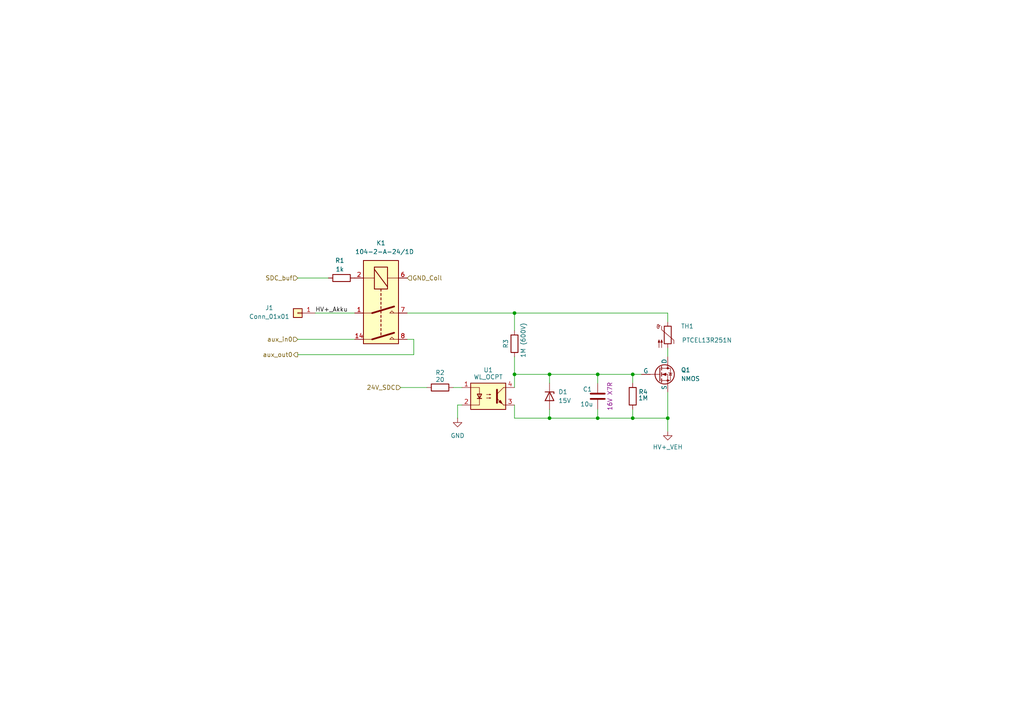
<source format=kicad_sch>
(kicad_sch
	(version 20231120)
	(generator "eeschema")
	(generator_version "8.0")
	(uuid "ab3adbd4-6086-4416-bada-760da338c591")
	(paper "A4")
	(lib_symbols
		(symbol "Connector_Generic:Conn_01x01"
			(pin_names
				(offset 1.016) hide)
			(exclude_from_sim no)
			(in_bom yes)
			(on_board yes)
			(property "Reference" "J"
				(at 0 2.54 0)
				(effects
					(font
						(size 1.27 1.27)
					)
				)
			)
			(property "Value" "Conn_01x01"
				(at 0 -2.54 0)
				(effects
					(font
						(size 1.27 1.27)
					)
				)
			)
			(property "Footprint" ""
				(at 0 0 0)
				(effects
					(font
						(size 1.27 1.27)
					)
					(hide yes)
				)
			)
			(property "Datasheet" "~"
				(at 0 0 0)
				(effects
					(font
						(size 1.27 1.27)
					)
					(hide yes)
				)
			)
			(property "Description" "Generic connector, single row, 01x01, script generated (kicad-library-utils/schlib/autogen/connector/)"
				(at 0 0 0)
				(effects
					(font
						(size 1.27 1.27)
					)
					(hide yes)
				)
			)
			(property "ki_keywords" "connector"
				(at 0 0 0)
				(effects
					(font
						(size 1.27 1.27)
					)
					(hide yes)
				)
			)
			(property "ki_fp_filters" "Connector*:*_1x??_*"
				(at 0 0 0)
				(effects
					(font
						(size 1.27 1.27)
					)
					(hide yes)
				)
			)
			(symbol "Conn_01x01_1_1"
				(rectangle
					(start -1.27 0.127)
					(end 0 -0.127)
					(stroke
						(width 0.1524)
						(type default)
					)
					(fill
						(type none)
					)
				)
				(rectangle
					(start -1.27 1.27)
					(end 1.27 -1.27)
					(stroke
						(width 0.254)
						(type default)
					)
					(fill
						(type background)
					)
				)
				(pin passive line
					(at -5.08 0 0)
					(length 3.81)
					(name "Pin_1"
						(effects
							(font
								(size 1.27 1.27)
							)
						)
					)
					(number "1"
						(effects
							(font
								(size 1.27 1.27)
							)
						)
					)
				)
			)
		)
		(symbol "Device:C"
			(pin_numbers hide)
			(pin_names
				(offset 0.254)
			)
			(exclude_from_sim no)
			(in_bom yes)
			(on_board yes)
			(property "Reference" "C"
				(at 0.635 2.54 0)
				(effects
					(font
						(size 1.27 1.27)
					)
					(justify left)
				)
			)
			(property "Value" "C"
				(at 0.635 -2.54 0)
				(effects
					(font
						(size 1.27 1.27)
					)
					(justify left)
				)
			)
			(property "Footprint" ""
				(at 0.9652 -3.81 0)
				(effects
					(font
						(size 1.27 1.27)
					)
					(hide yes)
				)
			)
			(property "Datasheet" "~"
				(at 0 0 0)
				(effects
					(font
						(size 1.27 1.27)
					)
					(hide yes)
				)
			)
			(property "Description" "Unpolarized capacitor"
				(at 0 0 0)
				(effects
					(font
						(size 1.27 1.27)
					)
					(hide yes)
				)
			)
			(property "ki_keywords" "cap capacitor"
				(at 0 0 0)
				(effects
					(font
						(size 1.27 1.27)
					)
					(hide yes)
				)
			)
			(property "ki_fp_filters" "C_*"
				(at 0 0 0)
				(effects
					(font
						(size 1.27 1.27)
					)
					(hide yes)
				)
			)
			(symbol "C_0_1"
				(polyline
					(pts
						(xy -2.032 -0.762) (xy 2.032 -0.762)
					)
					(stroke
						(width 0.508)
						(type default)
					)
					(fill
						(type none)
					)
				)
				(polyline
					(pts
						(xy -2.032 0.762) (xy 2.032 0.762)
					)
					(stroke
						(width 0.508)
						(type default)
					)
					(fill
						(type none)
					)
				)
			)
			(symbol "C_1_1"
				(pin passive line
					(at 0 3.81 270)
					(length 2.794)
					(name "~"
						(effects
							(font
								(size 1.27 1.27)
							)
						)
					)
					(number "1"
						(effects
							(font
								(size 1.27 1.27)
							)
						)
					)
				)
				(pin passive line
					(at 0 -3.81 90)
					(length 2.794)
					(name "~"
						(effects
							(font
								(size 1.27 1.27)
							)
						)
					)
					(number "2"
						(effects
							(font
								(size 1.27 1.27)
							)
						)
					)
				)
			)
		)
		(symbol "Device:D_Zener"
			(pin_numbers hide)
			(pin_names
				(offset 1.016) hide)
			(exclude_from_sim no)
			(in_bom yes)
			(on_board yes)
			(property "Reference" "D"
				(at 0 2.54 0)
				(effects
					(font
						(size 1.27 1.27)
					)
				)
			)
			(property "Value" "D_Zener"
				(at 0 -2.54 0)
				(effects
					(font
						(size 1.27 1.27)
					)
				)
			)
			(property "Footprint" ""
				(at 0 0 0)
				(effects
					(font
						(size 1.27 1.27)
					)
					(hide yes)
				)
			)
			(property "Datasheet" "~"
				(at 0 0 0)
				(effects
					(font
						(size 1.27 1.27)
					)
					(hide yes)
				)
			)
			(property "Description" "Zener diode"
				(at 0 0 0)
				(effects
					(font
						(size 1.27 1.27)
					)
					(hide yes)
				)
			)
			(property "ki_keywords" "diode"
				(at 0 0 0)
				(effects
					(font
						(size 1.27 1.27)
					)
					(hide yes)
				)
			)
			(property "ki_fp_filters" "TO-???* *_Diode_* *SingleDiode* D_*"
				(at 0 0 0)
				(effects
					(font
						(size 1.27 1.27)
					)
					(hide yes)
				)
			)
			(symbol "D_Zener_0_1"
				(polyline
					(pts
						(xy 1.27 0) (xy -1.27 0)
					)
					(stroke
						(width 0)
						(type default)
					)
					(fill
						(type none)
					)
				)
				(polyline
					(pts
						(xy -1.27 -1.27) (xy -1.27 1.27) (xy -0.762 1.27)
					)
					(stroke
						(width 0.254)
						(type default)
					)
					(fill
						(type none)
					)
				)
				(polyline
					(pts
						(xy 1.27 -1.27) (xy 1.27 1.27) (xy -1.27 0) (xy 1.27 -1.27)
					)
					(stroke
						(width 0.254)
						(type default)
					)
					(fill
						(type none)
					)
				)
			)
			(symbol "D_Zener_1_1"
				(pin passive line
					(at -3.81 0 0)
					(length 2.54)
					(name "K"
						(effects
							(font
								(size 1.27 1.27)
							)
						)
					)
					(number "1"
						(effects
							(font
								(size 1.27 1.27)
							)
						)
					)
				)
				(pin passive line
					(at 3.81 0 180)
					(length 2.54)
					(name "A"
						(effects
							(font
								(size 1.27 1.27)
							)
						)
					)
					(number "2"
						(effects
							(font
								(size 1.27 1.27)
							)
						)
					)
				)
			)
		)
		(symbol "Device:R"
			(pin_numbers hide)
			(pin_names
				(offset 0)
			)
			(exclude_from_sim no)
			(in_bom yes)
			(on_board yes)
			(property "Reference" "R"
				(at 2.032 0 90)
				(effects
					(font
						(size 1.27 1.27)
					)
				)
			)
			(property "Value" "R"
				(at 0 0 90)
				(effects
					(font
						(size 1.27 1.27)
					)
				)
			)
			(property "Footprint" ""
				(at -1.778 0 90)
				(effects
					(font
						(size 1.27 1.27)
					)
					(hide yes)
				)
			)
			(property "Datasheet" "~"
				(at 0 0 0)
				(effects
					(font
						(size 1.27 1.27)
					)
					(hide yes)
				)
			)
			(property "Description" "Resistor"
				(at 0 0 0)
				(effects
					(font
						(size 1.27 1.27)
					)
					(hide yes)
				)
			)
			(property "ki_keywords" "R res resistor"
				(at 0 0 0)
				(effects
					(font
						(size 1.27 1.27)
					)
					(hide yes)
				)
			)
			(property "ki_fp_filters" "R_*"
				(at 0 0 0)
				(effects
					(font
						(size 1.27 1.27)
					)
					(hide yes)
				)
			)
			(symbol "R_0_1"
				(rectangle
					(start -1.016 -2.54)
					(end 1.016 2.54)
					(stroke
						(width 0.254)
						(type default)
					)
					(fill
						(type none)
					)
				)
			)
			(symbol "R_1_1"
				(pin passive line
					(at 0 3.81 270)
					(length 1.27)
					(name "~"
						(effects
							(font
								(size 1.27 1.27)
							)
						)
					)
					(number "1"
						(effects
							(font
								(size 1.27 1.27)
							)
						)
					)
				)
				(pin passive line
					(at 0 -3.81 90)
					(length 1.27)
					(name "~"
						(effects
							(font
								(size 1.27 1.27)
							)
						)
					)
					(number "2"
						(effects
							(font
								(size 1.27 1.27)
							)
						)
					)
				)
			)
		)
		(symbol "Device:Thermistor_PTC"
			(pin_numbers hide)
			(pin_names
				(offset 0)
			)
			(exclude_from_sim no)
			(in_bom yes)
			(on_board yes)
			(property "Reference" "TH"
				(at -4.064 0 90)
				(effects
					(font
						(size 1.27 1.27)
					)
				)
			)
			(property "Value" "Thermistor_PTC"
				(at 3.048 0 90)
				(effects
					(font
						(size 1.27 1.27)
					)
				)
			)
			(property "Footprint" ""
				(at 1.27 -5.08 0)
				(effects
					(font
						(size 1.27 1.27)
					)
					(justify left)
					(hide yes)
				)
			)
			(property "Datasheet" "~"
				(at 0 0 0)
				(effects
					(font
						(size 1.27 1.27)
					)
					(hide yes)
				)
			)
			(property "Description" "Temperature dependent resistor, positive temperature coefficient"
				(at 0 0 0)
				(effects
					(font
						(size 1.27 1.27)
					)
					(hide yes)
				)
			)
			(property "ki_keywords" "resistor PTC thermistor sensor RTD"
				(at 0 0 0)
				(effects
					(font
						(size 1.27 1.27)
					)
					(hide yes)
				)
			)
			(property "ki_fp_filters" "*PTC* *Thermistor* PIN?ARRAY* bornier* *Terminal?Block* R_*"
				(at 0 0 0)
				(effects
					(font
						(size 1.27 1.27)
					)
					(hide yes)
				)
			)
			(symbol "Thermistor_PTC_0_1"
				(arc
					(start -3.048 2.159)
					(mid -3.0495 2.3143)
					(end -3.175 2.413)
					(stroke
						(width 0)
						(type default)
					)
					(fill
						(type none)
					)
				)
				(arc
					(start -3.048 2.159)
					(mid -2.9736 1.9794)
					(end -2.794 1.905)
					(stroke
						(width 0)
						(type default)
					)
					(fill
						(type none)
					)
				)
				(arc
					(start -3.048 2.794)
					(mid -2.9736 2.6144)
					(end -2.794 2.54)
					(stroke
						(width 0)
						(type default)
					)
					(fill
						(type none)
					)
				)
				(arc
					(start -2.794 1.905)
					(mid -2.6144 1.9794)
					(end -2.54 2.159)
					(stroke
						(width 0)
						(type default)
					)
					(fill
						(type none)
					)
				)
				(arc
					(start -2.794 2.54)
					(mid -2.4393 2.5587)
					(end -2.159 2.794)
					(stroke
						(width 0)
						(type default)
					)
					(fill
						(type none)
					)
				)
				(arc
					(start -2.794 3.048)
					(mid -2.9736 2.9736)
					(end -3.048 2.794)
					(stroke
						(width 0)
						(type default)
					)
					(fill
						(type none)
					)
				)
				(arc
					(start -2.54 2.794)
					(mid -2.6144 2.9736)
					(end -2.794 3.048)
					(stroke
						(width 0)
						(type default)
					)
					(fill
						(type none)
					)
				)
				(rectangle
					(start -1.016 2.54)
					(end 1.016 -2.54)
					(stroke
						(width 0.254)
						(type default)
					)
					(fill
						(type none)
					)
				)
				(polyline
					(pts
						(xy -2.54 2.159) (xy -2.54 2.794)
					)
					(stroke
						(width 0)
						(type default)
					)
					(fill
						(type none)
					)
				)
				(polyline
					(pts
						(xy -1.778 2.54) (xy -1.778 1.524) (xy 1.778 -1.524) (xy 1.778 -2.54)
					)
					(stroke
						(width 0)
						(type default)
					)
					(fill
						(type none)
					)
				)
				(polyline
					(pts
						(xy -2.54 -3.683) (xy -2.54 -1.397) (xy -2.794 -2.159) (xy -2.286 -2.159) (xy -2.54 -1.397) (xy -2.54 -1.651)
					)
					(stroke
						(width 0)
						(type default)
					)
					(fill
						(type outline)
					)
				)
				(polyline
					(pts
						(xy -1.778 -3.683) (xy -1.778 -1.397) (xy -2.032 -2.159) (xy -1.524 -2.159) (xy -1.778 -1.397)
						(xy -1.778 -1.651)
					)
					(stroke
						(width 0)
						(type default)
					)
					(fill
						(type outline)
					)
				)
			)
			(symbol "Thermistor_PTC_1_1"
				(pin passive line
					(at 0 3.81 270)
					(length 1.27)
					(name "~"
						(effects
							(font
								(size 1.27 1.27)
							)
						)
					)
					(number "1"
						(effects
							(font
								(size 1.27 1.27)
							)
						)
					)
				)
				(pin passive line
					(at 0 -3.81 90)
					(length 1.27)
					(name "~"
						(effects
							(font
								(size 1.27 1.27)
							)
						)
					)
					(number "2"
						(effects
							(font
								(size 1.27 1.27)
							)
						)
					)
				)
			)
		)
		(symbol "Isolator:FODM217A"
			(exclude_from_sim no)
			(in_bom yes)
			(on_board yes)
			(property "Reference" "U4"
				(at 1.27 7.62 0)
				(effects
					(font
						(size 1.27 1.27)
					)
				)
			)
			(property "Value" "WL_OCDA"
				(at 1.27 5.588 0)
				(effects
					(font
						(size 1.27 1.27)
					)
				)
			)
			(property "Footprint" "Package_SO:SOP-4_4.4x2.6mm_P1.27mm"
				(at 0 -5.08 0)
				(effects
					(font
						(size 1.27 1.27)
						(italic yes)
					)
					(hide yes)
				)
			)
			(property "Datasheet" ""
				(at 0 0 0)
				(effects
					(font
						(size 1.27 1.27)
					)
					(justify left)
					(hide yes)
				)
			)
			(property "Description" "141352145000"
				(at 0 0 0)
				(effects
					(font
						(size 1.27 1.27)
					)
					(hide yes)
				)
			)
			(property "ki_keywords" "DC Phototransistor Optocoupler"
				(at 0 0 0)
				(effects
					(font
						(size 1.27 1.27)
					)
					(hide yes)
				)
			)
			(property "ki_fp_filters" "SOP*4.4x2.6mm*P1.27mm*"
				(at 0 0 0)
				(effects
					(font
						(size 1.27 1.27)
					)
					(hide yes)
				)
			)
			(symbol "FODM217A_0_1"
				(rectangle
					(start -5.08 3.81)
					(end 5.08 -3.81)
					(stroke
						(width 0.254)
						(type default)
					)
					(fill
						(type background)
					)
				)
				(polyline
					(pts
						(xy -3.175 -0.635) (xy -1.905 -0.635)
					)
					(stroke
						(width 0.254)
						(type default)
					)
					(fill
						(type none)
					)
				)
				(polyline
					(pts
						(xy 2.54 0.635) (xy 4.445 2.54)
					)
					(stroke
						(width 0)
						(type default)
					)
					(fill
						(type none)
					)
				)
				(polyline
					(pts
						(xy 4.445 -2.54) (xy 2.54 -0.635)
					)
					(stroke
						(width 0)
						(type default)
					)
					(fill
						(type outline)
					)
				)
				(polyline
					(pts
						(xy 4.445 -2.54) (xy 5.08 -2.54)
					)
					(stroke
						(width 0)
						(type default)
					)
					(fill
						(type none)
					)
				)
				(polyline
					(pts
						(xy 4.445 2.54) (xy 5.08 2.54)
					)
					(stroke
						(width 0)
						(type default)
					)
					(fill
						(type none)
					)
				)
				(polyline
					(pts
						(xy -5.08 2.54) (xy -2.54 2.54) (xy -2.54 -0.635)
					)
					(stroke
						(width 0)
						(type default)
					)
					(fill
						(type none)
					)
				)
				(polyline
					(pts
						(xy -2.54 -0.635) (xy -2.54 -2.54) (xy -5.08 -2.54)
					)
					(stroke
						(width 0)
						(type default)
					)
					(fill
						(type none)
					)
				)
				(polyline
					(pts
						(xy 2.54 1.905) (xy 2.54 -1.905) (xy 2.54 -1.905)
					)
					(stroke
						(width 0.508)
						(type default)
					)
					(fill
						(type none)
					)
				)
				(polyline
					(pts
						(xy -2.54 -0.635) (xy -3.175 0.635) (xy -1.905 0.635) (xy -2.54 -0.635)
					)
					(stroke
						(width 0.254)
						(type default)
					)
					(fill
						(type none)
					)
				)
				(polyline
					(pts
						(xy -0.508 -0.508) (xy 0.762 -0.508) (xy 0.381 -0.635) (xy 0.381 -0.381) (xy 0.762 -0.508)
					)
					(stroke
						(width 0)
						(type default)
					)
					(fill
						(type none)
					)
				)
				(polyline
					(pts
						(xy -0.508 0.508) (xy 0.762 0.508) (xy 0.381 0.381) (xy 0.381 0.635) (xy 0.762 0.508)
					)
					(stroke
						(width 0)
						(type default)
					)
					(fill
						(type none)
					)
				)
				(polyline
					(pts
						(xy 3.048 -1.651) (xy 3.556 -1.143) (xy 4.064 -2.159) (xy 3.048 -1.651) (xy 3.048 -1.651)
					)
					(stroke
						(width 0)
						(type default)
					)
					(fill
						(type outline)
					)
				)
			)
			(symbol "FODM217A_1_1"
				(pin passive line
					(at -7.62 2.54 0)
					(length 2.54)
					(name "~"
						(effects
							(font
								(size 1.27 1.27)
							)
						)
					)
					(number "1"
						(effects
							(font
								(size 1.27 1.27)
							)
						)
					)
				)
				(pin passive line
					(at -7.62 -2.54 0)
					(length 2.54)
					(name "~"
						(effects
							(font
								(size 1.27 1.27)
							)
						)
					)
					(number "2"
						(effects
							(font
								(size 1.27 1.27)
							)
						)
					)
				)
				(pin passive line
					(at 7.62 -2.54 180)
					(length 2.54)
					(name "~"
						(effects
							(font
								(size 1.27 1.27)
							)
						)
					)
					(number "3"
						(effects
							(font
								(size 1.27 1.27)
							)
						)
					)
				)
				(pin passive line
					(at 7.62 2.54 180)
					(length 2.54)
					(name "~"
						(effects
							(font
								(size 1.27 1.27)
							)
						)
					)
					(number "4"
						(effects
							(font
								(size 1.27 1.27)
							)
						)
					)
				)
			)
		)
		(symbol "Relay:DIPxx-2Axx-21x"
			(exclude_from_sim no)
			(in_bom yes)
			(on_board yes)
			(property "Reference" "K"
				(at 12.7 3.81 0)
				(effects
					(font
						(size 1.27 1.27)
					)
					(justify left)
				)
			)
			(property "Value" "DIPxx-2Axx-21x"
				(at 12.7 1.27 0)
				(effects
					(font
						(size 1.27 1.27)
					)
					(justify left)
				)
			)
			(property "Footprint" "Relay_THT:Relay_StandexMeder_DIP_LowProfile"
				(at 12.7 -1.27 0)
				(effects
					(font
						(size 1.27 1.27)
					)
					(justify left)
					(hide yes)
				)
			)
			(property "Datasheet" "https://standexelectronics.com/wp-content/uploads/datasheet_reed_relay_DIP.pdf"
				(at 0 0 0)
				(effects
					(font
						(size 1.27 1.27)
					)
					(hide yes)
				)
			)
			(property "Description" "Standex Meder DIP reed relay, DPST, Closing Contacts"
				(at 0 0 0)
				(effects
					(font
						(size 1.27 1.27)
					)
					(hide yes)
				)
			)
			(property "ki_keywords" "Single Pole Reed Relay DPST"
				(at 0 0 0)
				(effects
					(font
						(size 1.27 1.27)
					)
					(hide yes)
				)
			)
			(property "ki_fp_filters" "Relay*StandexMeder*DIP*LowProfile*"
				(at 0 0 0)
				(effects
					(font
						(size 1.27 1.27)
					)
					(hide yes)
				)
			)
			(symbol "DIPxx-2Axx-21x_0_0"
				(polyline
					(pts
						(xy 2.54 5.08) (xy 2.54 2.54) (xy 1.905 3.175) (xy 2.54 3.81)
					)
					(stroke
						(width 0)
						(type default)
					)
					(fill
						(type none)
					)
				)
				(polyline
					(pts
						(xy 10.16 5.08) (xy 10.16 2.54) (xy 9.525 3.175) (xy 10.16 3.81)
					)
					(stroke
						(width 0)
						(type default)
					)
					(fill
						(type none)
					)
				)
			)
			(symbol "DIPxx-2Axx-21x_0_1"
				(rectangle
					(start -12.7 5.08)
					(end 11.43 -5.08)
					(stroke
						(width 0.254)
						(type default)
					)
					(fill
						(type background)
					)
				)
				(rectangle
					(start -10.795 1.905)
					(end -4.445 -1.905)
					(stroke
						(width 0.254)
						(type default)
					)
					(fill
						(type none)
					)
				)
				(polyline
					(pts
						(xy -10.16 -1.905) (xy -5.08 1.905)
					)
					(stroke
						(width 0.254)
						(type default)
					)
					(fill
						(type none)
					)
				)
				(polyline
					(pts
						(xy -7.62 -5.08) (xy -7.62 -1.905)
					)
					(stroke
						(width 0)
						(type default)
					)
					(fill
						(type none)
					)
				)
				(polyline
					(pts
						(xy -7.62 5.08) (xy -7.62 1.905)
					)
					(stroke
						(width 0)
						(type default)
					)
					(fill
						(type none)
					)
				)
				(polyline
					(pts
						(xy -4.445 0) (xy -3.81 0)
					)
					(stroke
						(width 0.254)
						(type default)
					)
					(fill
						(type none)
					)
				)
				(polyline
					(pts
						(xy -3.175 0) (xy -2.54 0)
					)
					(stroke
						(width 0.254)
						(type default)
					)
					(fill
						(type none)
					)
				)
				(polyline
					(pts
						(xy -1.905 0) (xy -1.27 0)
					)
					(stroke
						(width 0.254)
						(type default)
					)
					(fill
						(type none)
					)
				)
				(polyline
					(pts
						(xy -0.635 0) (xy 0 0)
					)
					(stroke
						(width 0.254)
						(type default)
					)
					(fill
						(type none)
					)
				)
				(polyline
					(pts
						(xy 0.635 0) (xy 1.27 0)
					)
					(stroke
						(width 0.254)
						(type default)
					)
					(fill
						(type none)
					)
				)
				(polyline
					(pts
						(xy 1.905 0) (xy 2.54 0)
					)
					(stroke
						(width 0.254)
						(type default)
					)
					(fill
						(type none)
					)
				)
				(polyline
					(pts
						(xy 2.54 -2.54) (xy 0.635 3.81)
					)
					(stroke
						(width 0.508)
						(type default)
					)
					(fill
						(type none)
					)
				)
				(polyline
					(pts
						(xy 2.54 -2.54) (xy 2.54 -5.08)
					)
					(stroke
						(width 0)
						(type default)
					)
					(fill
						(type none)
					)
				)
				(polyline
					(pts
						(xy 3.175 0) (xy 3.81 0)
					)
					(stroke
						(width 0.254)
						(type default)
					)
					(fill
						(type none)
					)
				)
				(polyline
					(pts
						(xy 4.445 0) (xy 5.08 0)
					)
					(stroke
						(width 0.254)
						(type default)
					)
					(fill
						(type none)
					)
				)
				(polyline
					(pts
						(xy 5.715 0) (xy 6.35 0)
					)
					(stroke
						(width 0.254)
						(type default)
					)
					(fill
						(type none)
					)
				)
				(polyline
					(pts
						(xy 6.985 0) (xy 7.62 0)
					)
					(stroke
						(width 0.254)
						(type default)
					)
					(fill
						(type none)
					)
				)
				(polyline
					(pts
						(xy 8.255 0) (xy 8.89 0)
					)
					(stroke
						(width 0.254)
						(type default)
					)
					(fill
						(type none)
					)
				)
				(polyline
					(pts
						(xy 10.16 -2.54) (xy 8.255 3.81)
					)
					(stroke
						(width 0.508)
						(type default)
					)
					(fill
						(type none)
					)
				)
				(polyline
					(pts
						(xy 10.16 -2.54) (xy 10.16 -5.08)
					)
					(stroke
						(width 0)
						(type default)
					)
					(fill
						(type none)
					)
				)
			)
			(symbol "DIPxx-2Axx-21x_1_1"
				(pin passive line
					(at 2.54 -7.62 90)
					(length 2.54)
					(name "~"
						(effects
							(font
								(size 1.27 1.27)
							)
						)
					)
					(number "1"
						(effects
							(font
								(size 1.27 1.27)
							)
						)
					)
				)
				(pin passive line
					(at 10.16 -7.62 90)
					(length 2.54)
					(name "~"
						(effects
							(font
								(size 1.27 1.27)
							)
						)
					)
					(number "14"
						(effects
							(font
								(size 1.27 1.27)
							)
						)
					)
				)
				(pin passive line
					(at -7.62 -7.62 90)
					(length 2.54)
					(name "~"
						(effects
							(font
								(size 1.27 1.27)
							)
						)
					)
					(number "2"
						(effects
							(font
								(size 1.27 1.27)
							)
						)
					)
				)
				(pin passive line
					(at -7.62 7.62 270)
					(length 2.54)
					(name "~"
						(effects
							(font
								(size 1.27 1.27)
							)
						)
					)
					(number "6"
						(effects
							(font
								(size 1.27 1.27)
							)
						)
					)
				)
				(pin passive line
					(at 2.54 7.62 270)
					(length 2.54)
					(name "~"
						(effects
							(font
								(size 1.27 1.27)
							)
						)
					)
					(number "7"
						(effects
							(font
								(size 1.27 1.27)
							)
						)
					)
				)
				(pin passive line
					(at 10.16 7.62 270)
					(length 2.54)
					(name "~"
						(effects
							(font
								(size 1.27 1.27)
							)
						)
					)
					(number "8"
						(effects
							(font
								(size 1.27 1.27)
							)
						)
					)
				)
			)
		)
		(symbol "Simulation_SPICE:NMOS"
			(pin_numbers hide)
			(pin_names
				(offset 0)
			)
			(exclude_from_sim no)
			(in_bom yes)
			(on_board yes)
			(property "Reference" "Q"
				(at 5.08 1.27 0)
				(effects
					(font
						(size 1.27 1.27)
					)
					(justify left)
				)
			)
			(property "Value" "NMOS"
				(at 5.08 -1.27 0)
				(effects
					(font
						(size 1.27 1.27)
					)
					(justify left)
				)
			)
			(property "Footprint" ""
				(at 5.08 2.54 0)
				(effects
					(font
						(size 1.27 1.27)
					)
					(hide yes)
				)
			)
			(property "Datasheet" "https://ngspice.sourceforge.io/docs/ngspice-html-manual/manual.xhtml#cha_MOSFETs"
				(at 0 -12.7 0)
				(effects
					(font
						(size 1.27 1.27)
					)
					(hide yes)
				)
			)
			(property "Description" "N-MOSFET transistor, drain/source/gate"
				(at 0 0 0)
				(effects
					(font
						(size 1.27 1.27)
					)
					(hide yes)
				)
			)
			(property "Sim.Device" "NMOS"
				(at 0 -17.145 0)
				(effects
					(font
						(size 1.27 1.27)
					)
					(hide yes)
				)
			)
			(property "Sim.Type" "VDMOS"
				(at 0 -19.05 0)
				(effects
					(font
						(size 1.27 1.27)
					)
					(hide yes)
				)
			)
			(property "Sim.Pins" "1=D 2=G 3=S"
				(at 0 -15.24 0)
				(effects
					(font
						(size 1.27 1.27)
					)
					(hide yes)
				)
			)
			(property "ki_keywords" "transistor NMOS N-MOS N-MOSFET simulation"
				(at 0 0 0)
				(effects
					(font
						(size 1.27 1.27)
					)
					(hide yes)
				)
			)
			(symbol "NMOS_0_1"
				(polyline
					(pts
						(xy 0.254 0) (xy -2.54 0)
					)
					(stroke
						(width 0)
						(type default)
					)
					(fill
						(type none)
					)
				)
				(polyline
					(pts
						(xy 0.254 1.905) (xy 0.254 -1.905)
					)
					(stroke
						(width 0.254)
						(type default)
					)
					(fill
						(type none)
					)
				)
				(polyline
					(pts
						(xy 0.762 -1.27) (xy 0.762 -2.286)
					)
					(stroke
						(width 0.254)
						(type default)
					)
					(fill
						(type none)
					)
				)
				(polyline
					(pts
						(xy 0.762 0.508) (xy 0.762 -0.508)
					)
					(stroke
						(width 0.254)
						(type default)
					)
					(fill
						(type none)
					)
				)
				(polyline
					(pts
						(xy 0.762 2.286) (xy 0.762 1.27)
					)
					(stroke
						(width 0.254)
						(type default)
					)
					(fill
						(type none)
					)
				)
				(polyline
					(pts
						(xy 2.54 2.54) (xy 2.54 1.778)
					)
					(stroke
						(width 0)
						(type default)
					)
					(fill
						(type none)
					)
				)
				(polyline
					(pts
						(xy 2.54 -2.54) (xy 2.54 0) (xy 0.762 0)
					)
					(stroke
						(width 0)
						(type default)
					)
					(fill
						(type none)
					)
				)
				(polyline
					(pts
						(xy 0.762 -1.778) (xy 3.302 -1.778) (xy 3.302 1.778) (xy 0.762 1.778)
					)
					(stroke
						(width 0)
						(type default)
					)
					(fill
						(type none)
					)
				)
				(polyline
					(pts
						(xy 1.016 0) (xy 2.032 0.381) (xy 2.032 -0.381) (xy 1.016 0)
					)
					(stroke
						(width 0)
						(type default)
					)
					(fill
						(type outline)
					)
				)
				(polyline
					(pts
						(xy 2.794 0.508) (xy 2.921 0.381) (xy 3.683 0.381) (xy 3.81 0.254)
					)
					(stroke
						(width 0)
						(type default)
					)
					(fill
						(type none)
					)
				)
				(polyline
					(pts
						(xy 3.302 0.381) (xy 2.921 -0.254) (xy 3.683 -0.254) (xy 3.302 0.381)
					)
					(stroke
						(width 0)
						(type default)
					)
					(fill
						(type none)
					)
				)
				(circle
					(center 1.651 0)
					(radius 2.794)
					(stroke
						(width 0.254)
						(type default)
					)
					(fill
						(type none)
					)
				)
				(circle
					(center 2.54 -1.778)
					(radius 0.254)
					(stroke
						(width 0)
						(type default)
					)
					(fill
						(type outline)
					)
				)
				(circle
					(center 2.54 1.778)
					(radius 0.254)
					(stroke
						(width 0)
						(type default)
					)
					(fill
						(type outline)
					)
				)
			)
			(symbol "NMOS_1_1"
				(pin passive line
					(at 2.54 5.08 270)
					(length 2.54)
					(name "D"
						(effects
							(font
								(size 1.27 1.27)
							)
						)
					)
					(number "1"
						(effects
							(font
								(size 1.27 1.27)
							)
						)
					)
				)
				(pin input line
					(at -5.08 0 0)
					(length 2.54)
					(name "G"
						(effects
							(font
								(size 1.27 1.27)
							)
						)
					)
					(number "2"
						(effects
							(font
								(size 1.27 1.27)
							)
						)
					)
				)
				(pin passive line
					(at 2.54 -5.08 90)
					(length 2.54)
					(name "S"
						(effects
							(font
								(size 1.27 1.27)
							)
						)
					)
					(number "3"
						(effects
							(font
								(size 1.27 1.27)
							)
						)
					)
				)
			)
		)
		(symbol "power:GND"
			(power)
			(pin_numbers hide)
			(pin_names
				(offset 0) hide)
			(exclude_from_sim no)
			(in_bom yes)
			(on_board yes)
			(property "Reference" "#PWR"
				(at 0 -6.35 0)
				(effects
					(font
						(size 1.27 1.27)
					)
					(hide yes)
				)
			)
			(property "Value" "GND"
				(at 0 -3.81 0)
				(effects
					(font
						(size 1.27 1.27)
					)
				)
			)
			(property "Footprint" ""
				(at 0 0 0)
				(effects
					(font
						(size 1.27 1.27)
					)
					(hide yes)
				)
			)
			(property "Datasheet" ""
				(at 0 0 0)
				(effects
					(font
						(size 1.27 1.27)
					)
					(hide yes)
				)
			)
			(property "Description" "Power symbol creates a global label with name \"GND\" , ground"
				(at 0 0 0)
				(effects
					(font
						(size 1.27 1.27)
					)
					(hide yes)
				)
			)
			(property "ki_keywords" "global power"
				(at 0 0 0)
				(effects
					(font
						(size 1.27 1.27)
					)
					(hide yes)
				)
			)
			(symbol "GND_0_1"
				(polyline
					(pts
						(xy 0 0) (xy 0 -1.27) (xy 1.27 -1.27) (xy 0 -2.54) (xy -1.27 -1.27) (xy 0 -1.27)
					)
					(stroke
						(width 0)
						(type default)
					)
					(fill
						(type none)
					)
				)
			)
			(symbol "GND_1_1"
				(pin power_in line
					(at 0 0 270)
					(length 0)
					(name "~"
						(effects
							(font
								(size 1.27 1.27)
							)
						)
					)
					(number "1"
						(effects
							(font
								(size 1.27 1.27)
							)
						)
					)
				)
			)
		)
	)
	(junction
		(at 183.515 108.585)
		(diameter 0)
		(color 0 0 0 0)
		(uuid "2ec133c5-38a6-4394-a885-7d319ecd4f34")
	)
	(junction
		(at 193.675 121.285)
		(diameter 0)
		(color 0 0 0 0)
		(uuid "4262e427-9d5d-4c7b-a826-baabfe625941")
	)
	(junction
		(at 159.385 121.285)
		(diameter 0)
		(color 0 0 0 0)
		(uuid "4ff35308-907a-455f-b0a4-d485f330d6ba")
	)
	(junction
		(at 173.355 108.585)
		(diameter 0)
		(color 0 0 0 0)
		(uuid "5e4b79fe-7d81-46f6-bc67-b8358fe7081b")
	)
	(junction
		(at 149.225 108.585)
		(diameter 0)
		(color 0 0 0 0)
		(uuid "90174229-f659-499d-b65a-44ed4bac7b3c")
	)
	(junction
		(at 173.355 121.285)
		(diameter 0)
		(color 0 0 0 0)
		(uuid "932609d7-d09c-43ff-b631-e2845523a1a6")
	)
	(junction
		(at 159.385 108.585)
		(diameter 0)
		(color 0 0 0 0)
		(uuid "b94f3fcb-19fc-4209-a88b-ffc355844aec")
	)
	(junction
		(at 149.225 90.805)
		(diameter 0)
		(color 0 0 0 0)
		(uuid "cc046982-3b5b-4f51-92e2-05b782b53d86")
	)
	(junction
		(at 183.515 121.285)
		(diameter 0)
		(color 0 0 0 0)
		(uuid "e09fdbe4-c762-4e32-a59c-36c21b33bf4f")
	)
	(wire
		(pts
			(xy 149.225 108.585) (xy 159.385 108.585)
		)
		(stroke
			(width 0)
			(type default)
		)
		(uuid "05ad62ed-e446-4a91-9959-f45e360cb131")
	)
	(wire
		(pts
			(xy 159.385 118.745) (xy 159.385 121.285)
		)
		(stroke
			(width 0)
			(type default)
		)
		(uuid "0e846b64-d83b-48ee-bde9-305094cdd5a1")
	)
	(wire
		(pts
			(xy 183.515 118.745) (xy 183.515 121.285)
		)
		(stroke
			(width 0)
			(type default)
		)
		(uuid "19990018-2ab5-4022-ae5c-8c3b5d7bf03d")
	)
	(wire
		(pts
			(xy 132.715 117.475) (xy 133.985 117.475)
		)
		(stroke
			(width 0)
			(type default)
		)
		(uuid "1a6e05ef-fe5d-4d52-9c6f-52f81ffab7b5")
	)
	(wire
		(pts
			(xy 159.385 108.585) (xy 159.385 111.125)
		)
		(stroke
			(width 0)
			(type default)
		)
		(uuid "2818ab75-9ef2-4b51-95bd-ca952e02f319")
	)
	(wire
		(pts
			(xy 173.355 108.585) (xy 173.355 111.125)
		)
		(stroke
			(width 0)
			(type default)
		)
		(uuid "2fbbeecb-fb80-4d66-980c-eb31affa3448")
	)
	(wire
		(pts
			(xy 116.205 112.395) (xy 123.825 112.395)
		)
		(stroke
			(width 0)
			(type default)
		)
		(uuid "3cb2cc10-252c-4df2-8433-cdfc33f267e2")
	)
	(wire
		(pts
			(xy 86.36 102.87) (xy 120.015 102.87)
		)
		(stroke
			(width 0)
			(type default)
		)
		(uuid "3f85e75f-c539-49fe-bf0c-bd7b19938401")
	)
	(wire
		(pts
			(xy 149.225 90.805) (xy 149.225 95.885)
		)
		(stroke
			(width 0)
			(type default)
		)
		(uuid "4902d734-37f6-4925-8416-67ddb9bcfd50")
	)
	(wire
		(pts
			(xy 159.385 121.285) (xy 173.355 121.285)
		)
		(stroke
			(width 0)
			(type default)
		)
		(uuid "505340f9-2492-4f54-bccb-63c829124993")
	)
	(wire
		(pts
			(xy 183.515 108.585) (xy 186.055 108.585)
		)
		(stroke
			(width 0)
			(type default)
		)
		(uuid "544e40b5-d941-44a5-ac31-b5c83668c3f7")
	)
	(wire
		(pts
			(xy 173.355 118.745) (xy 173.355 121.285)
		)
		(stroke
			(width 0)
			(type default)
		)
		(uuid "5728c439-4402-400d-997f-8756aecd6006")
	)
	(wire
		(pts
			(xy 149.225 121.285) (xy 159.385 121.285)
		)
		(stroke
			(width 0)
			(type default)
		)
		(uuid "574c0c06-3757-4e83-a53f-e091f909e49e")
	)
	(wire
		(pts
			(xy 118.11 90.805) (xy 149.225 90.805)
		)
		(stroke
			(width 0)
			(type default)
		)
		(uuid "59a060b4-fad8-408d-a1df-0024a128a664")
	)
	(wire
		(pts
			(xy 193.675 90.805) (xy 193.675 93.345)
		)
		(stroke
			(width 0)
			(type default)
		)
		(uuid "5b8dd9b6-6ae5-4080-b4ae-76dd657d877f")
	)
	(wire
		(pts
			(xy 149.225 103.505) (xy 149.225 108.585)
		)
		(stroke
			(width 0)
			(type default)
		)
		(uuid "6732728d-72fc-48ea-9acd-c2c5f6f8ccf0")
	)
	(wire
		(pts
			(xy 120.015 102.87) (xy 120.015 98.425)
		)
		(stroke
			(width 0)
			(type default)
		)
		(uuid "6be8a8fc-fa20-44e7-a89f-97e5bd8009e4")
	)
	(wire
		(pts
			(xy 159.385 108.585) (xy 173.355 108.585)
		)
		(stroke
			(width 0)
			(type default)
		)
		(uuid "7bd19013-eb30-49d4-b9f0-4ab86f14d971")
	)
	(wire
		(pts
			(xy 86.36 98.425) (xy 102.87 98.425)
		)
		(stroke
			(width 0)
			(type default)
		)
		(uuid "847ee169-9fcb-43e3-a111-6818658c592f")
	)
	(wire
		(pts
			(xy 118.11 98.425) (xy 120.015 98.425)
		)
		(stroke
			(width 0)
			(type default)
		)
		(uuid "86e8d6c5-76a6-4ed8-9f5e-8afdddb56548")
	)
	(wire
		(pts
			(xy 132.715 121.285) (xy 132.715 117.475)
		)
		(stroke
			(width 0)
			(type default)
		)
		(uuid "8ea22518-031d-4d0d-83c0-2eb929b9578d")
	)
	(wire
		(pts
			(xy 86.36 80.645) (xy 95.25 80.645)
		)
		(stroke
			(width 0)
			(type default)
		)
		(uuid "9164b93b-d221-421c-8afc-450911df94b0")
	)
	(wire
		(pts
			(xy 149.225 90.805) (xy 193.675 90.805)
		)
		(stroke
			(width 0)
			(type default)
		)
		(uuid "91d493cc-fc89-4761-ab53-2304f113a84e")
	)
	(wire
		(pts
			(xy 193.675 113.665) (xy 193.675 121.285)
		)
		(stroke
			(width 0)
			(type default)
		)
		(uuid "9ac3033b-bf4b-4491-afac-e5ef5c6fe5d4")
	)
	(wire
		(pts
			(xy 149.225 117.475) (xy 149.225 121.285)
		)
		(stroke
			(width 0)
			(type default)
		)
		(uuid "ae286751-a283-44ff-8437-a85c154844f9")
	)
	(wire
		(pts
			(xy 149.225 112.395) (xy 149.225 108.585)
		)
		(stroke
			(width 0)
			(type default)
		)
		(uuid "ae9fc6a0-9a34-4dda-985d-486bff9a9884")
	)
	(wire
		(pts
			(xy 131.445 112.395) (xy 133.985 112.395)
		)
		(stroke
			(width 0)
			(type default)
		)
		(uuid "aeb4e4c1-a611-4776-bdcc-dd0cb22e12ae")
	)
	(wire
		(pts
			(xy 173.355 121.285) (xy 183.515 121.285)
		)
		(stroke
			(width 0)
			(type default)
		)
		(uuid "b6a3cfb9-41ee-4159-a99d-6b139189212c")
	)
	(wire
		(pts
			(xy 173.355 108.585) (xy 183.515 108.585)
		)
		(stroke
			(width 0)
			(type default)
		)
		(uuid "b6a75a0e-a0e0-4d31-b79d-a47a2b26c9a0")
	)
	(wire
		(pts
			(xy 193.675 121.285) (xy 193.675 125.095)
		)
		(stroke
			(width 0)
			(type default)
		)
		(uuid "d87c1321-1d29-4b70-8de6-5d7d10a2cb44")
	)
	(wire
		(pts
			(xy 183.515 121.285) (xy 193.675 121.285)
		)
		(stroke
			(width 0)
			(type default)
		)
		(uuid "e2235d7b-946c-4fc6-a210-7cb5fbea0607")
	)
	(wire
		(pts
			(xy 193.675 100.965) (xy 193.675 103.505)
		)
		(stroke
			(width 0)
			(type default)
		)
		(uuid "e9f7f1b3-7210-4289-b77b-cddaf4299b47")
	)
	(wire
		(pts
			(xy 91.44 90.805) (xy 102.87 90.805)
		)
		(stroke
			(width 0)
			(type default)
		)
		(uuid "fba8b852-e05c-4ba1-af75-dffaeaa38221")
	)
	(wire
		(pts
			(xy 183.515 108.585) (xy 183.515 111.125)
		)
		(stroke
			(width 0)
			(type default)
		)
		(uuid "fbe1e64b-da63-4121-b7c0-71343acdf635")
	)
	(label "HV+_Akku"
		(at 91.44 90.805 0)
		(fields_autoplaced yes)
		(effects
			(font
				(size 1.27 1.27)
			)
			(justify left bottom)
		)
		(uuid "83b122cc-aa44-4d80-9c42-5cc9ff6f8dce")
	)
	(hierarchical_label "GND_Coil"
		(shape input)
		(at 118.11 80.645 0)
		(fields_autoplaced yes)
		(effects
			(font
				(size 1.27 1.27)
			)
			(justify left)
		)
		(uuid "938a19b5-60ff-4f80-9dc5-6f5a7a73bf1f")
	)
	(hierarchical_label "24V_SDC"
		(shape input)
		(at 116.205 112.395 180)
		(fields_autoplaced yes)
		(effects
			(font
				(size 1.27 1.27)
			)
			(justify right)
		)
		(uuid "93bf88da-fb33-4950-9ceb-21c7208aa1e9")
	)
	(hierarchical_label "aux_in0"
		(shape input)
		(at 86.36 98.425 180)
		(fields_autoplaced yes)
		(effects
			(font
				(size 1.27 1.27)
			)
			(justify right)
		)
		(uuid "c5eecb93-909e-438f-a4a6-e5dc09641e16")
	)
	(hierarchical_label "aux_out0"
		(shape output)
		(at 86.36 102.87 180)
		(fields_autoplaced yes)
		(effects
			(font
				(size 1.27 1.27)
			)
			(justify right)
		)
		(uuid "d4f88414-77bd-4ec7-b4e8-a6bd1b08a9b1")
	)
	(hierarchical_label "SDC_buf"
		(shape input)
		(at 86.36 80.645 180)
		(fields_autoplaced yes)
		(effects
			(font
				(size 1.27 1.27)
			)
			(justify right)
		)
		(uuid "f462e3d0-72c9-4134-9ec2-8aac2aa555a4")
	)
	(symbol
		(lib_id "Device:D_Zener")
		(at 159.385 114.935 270)
		(unit 1)
		(exclude_from_sim no)
		(in_bom yes)
		(on_board yes)
		(dnp no)
		(fields_autoplaced yes)
		(uuid "2d4fde40-a8c7-4305-958b-3497367caf6e")
		(property "Reference" "D1"
			(at 161.925 113.6649 90)
			(effects
				(font
					(size 1.27 1.27)
				)
				(justify left)
			)
		)
		(property "Value" "15V"
			(at 161.925 116.2049 90)
			(effects
				(font
					(size 1.27 1.27)
				)
				(justify left)
			)
		)
		(property "Footprint" ""
			(at 159.385 114.935 0)
			(effects
				(font
					(size 1.27 1.27)
				)
				(hide yes)
			)
		)
		(property "Datasheet" "https://fscdn.rohm.com/en/products/databook/datasheet/discrete/diode/zener/kdzvtr15b-e.pdf"
			(at 159.385 114.935 0)
			(effects
				(font
					(size 1.27 1.27)
				)
				(hide yes)
			)
		)
		(property "Description" "Zener diode"
			(at 159.385 114.935 0)
			(effects
				(font
					(size 1.27 1.27)
				)
				(hide yes)
			)
		)
		(pin "2"
			(uuid "dedceb16-135a-4630-9af6-97c7e372335b")
		)
		(pin "1"
			(uuid "4caa3f53-68cc-4c34-ac84-f91b962e604e")
		)
		(instances
			(project "precharge circuit"
				(path "/ab3adbd4-6086-4416-bada-760da338c591"
					(reference "D1")
					(unit 1)
				)
			)
		)
	)
	(symbol
		(lib_id "Device:R")
		(at 183.515 114.935 0)
		(unit 1)
		(exclude_from_sim no)
		(in_bom yes)
		(on_board yes)
		(dnp no)
		(uuid "3fcb04df-13c7-46f9-99a0-9d3e65c3e6d1")
		(property "Reference" "R4"
			(at 186.563 113.665 0)
			(effects
				(font
					(size 1.27 1.27)
				)
			)
		)
		(property "Value" "1M"
			(at 186.563 115.443 0)
			(effects
				(font
					(size 1.27 1.27)
				)
			)
		)
		(property "Footprint" "Resistor_SMD:R_2010_5025Metric_Pad1.40x2.65mm_HandSolder"
			(at 181.737 114.935 90)
			(effects
				(font
					(size 1.27 1.27)
				)
				(hide yes)
			)
		)
		(property "Datasheet" "~"
			(at 183.515 114.935 0)
			(effects
				(font
					(size 1.27 1.27)
				)
				(hide yes)
			)
		)
		(property "Description" "Resistor"
			(at 183.515 114.935 0)
			(effects
				(font
					(size 1.27 1.27)
				)
				(hide yes)
			)
		)
		(pin "2"
			(uuid "ae774c50-eaf2-4daa-800f-155d8ce38f12")
		)
		(pin "1"
			(uuid "df96f640-6e24-43a4-b55f-1d3f310e9545")
		)
		(instances
			(project "precharge circuit"
				(path "/ab3adbd4-6086-4416-bada-760da338c591"
					(reference "R4")
					(unit 1)
				)
			)
		)
	)
	(symbol
		(lib_id "Isolator:FODM217A")
		(at 141.605 114.935 0)
		(unit 1)
		(exclude_from_sim no)
		(in_bom yes)
		(on_board yes)
		(dnp no)
		(uuid "50f52e03-51d0-4746-b098-db3f1404fd5d")
		(property "Reference" "U1"
			(at 141.605 107.315 0)
			(effects
				(font
					(size 1.27 1.27)
				)
			)
		)
		(property "Value" "WL_OCPT"
			(at 141.605 109.347 0)
			(effects
				(font
					(size 1.27 1.27)
				)
			)
		)
		(property "Footprint" "Package_SO:SOP-4_3.8x4.1mm_P2.54mm"
			(at 141.605 120.015 0)
			(effects
				(font
					(size 1.27 1.27)
					(italic yes)
				)
				(hide yes)
			)
		)
		(property "Datasheet" "https://www.we-online.com/components/products/datasheet/140356145200.pdf"
			(at 141.605 114.935 0)
			(effects
				(font
					(size 1.27 1.27)
				)
				(justify left)
				(hide yes)
			)
		)
		(property "Description" "140356145200"
			(at 141.605 114.935 0)
			(effects
				(font
					(size 1.27 1.27)
				)
				(hide yes)
			)
		)
		(pin "3"
			(uuid "f533640f-9c68-4617-840a-01e37e97a1d8")
		)
		(pin "4"
			(uuid "30a76d3f-7124-421a-8b6f-838eaa936e5d")
		)
		(pin "1"
			(uuid "feacec46-b84d-4f24-8914-1dbdde86f388")
		)
		(pin "2"
			(uuid "7c41fdd8-47b4-44e7-8bf5-ed0114f86ed0")
		)
		(instances
			(project "precharge circuit"
				(path "/ab3adbd4-6086-4416-bada-760da338c591"
					(reference "U1")
					(unit 1)
				)
			)
		)
	)
	(symbol
		(lib_id "Device:R")
		(at 99.06 80.645 90)
		(unit 1)
		(exclude_from_sim no)
		(in_bom yes)
		(on_board yes)
		(dnp no)
		(uuid "5283765d-5f1f-4c19-a1de-eb5cca0fdb8b")
		(property "Reference" "R1"
			(at 98.552 75.565 90)
			(effects
				(font
					(size 1.27 1.27)
				)
			)
		)
		(property "Value" "1k"
			(at 98.552 78.105 90)
			(effects
				(font
					(size 1.27 1.27)
				)
			)
		)
		(property "Footprint" "Capacitor_SMD:C_0603_1608Metric"
			(at 99.06 82.423 90)
			(effects
				(font
					(size 1.27 1.27)
				)
				(hide yes)
			)
		)
		(property "Datasheet" "~"
			(at 99.06 80.645 0)
			(effects
				(font
					(size 1.27 1.27)
				)
				(hide yes)
			)
		)
		(property "Description" "Resistor"
			(at 99.06 80.645 0)
			(effects
				(font
					(size 1.27 1.27)
				)
				(hide yes)
			)
		)
		(pin "2"
			(uuid "d400b5eb-12b3-49b2-b227-35d24dca02bf")
		)
		(pin "1"
			(uuid "83b26888-81e7-47ba-8003-2cfe8d73da6d")
		)
		(instances
			(project "precharge circuit"
				(path "/ab3adbd4-6086-4416-bada-760da338c591"
					(reference "R1")
					(unit 1)
				)
			)
		)
	)
	(symbol
		(lib_id "Device:R")
		(at 149.225 99.695 0)
		(unit 1)
		(exclude_from_sim no)
		(in_bom yes)
		(on_board yes)
		(dnp no)
		(uuid "6e489dfc-97a1-4f7f-a06a-fe840e382019")
		(property "Reference" "R3"
			(at 146.685 99.695 90)
			(effects
				(font
					(size 1.27 1.27)
				)
			)
		)
		(property "Value" "1M (600V)"
			(at 151.765 98.679 90)
			(effects
				(font
					(size 1.27 1.27)
				)
			)
		)
		(property "Footprint" "Resistor_SMD:R_2010_5025Metric_Pad1.40x2.65mm_HandSolder"
			(at 147.447 99.695 90)
			(effects
				(font
					(size 1.27 1.27)
				)
				(hide yes)
			)
		)
		(property "Datasheet" "~"
			(at 149.225 99.695 0)
			(effects
				(font
					(size 1.27 1.27)
				)
				(hide yes)
			)
		)
		(property "Description" "Resistor"
			(at 149.225 99.695 0)
			(effects
				(font
					(size 1.27 1.27)
				)
				(hide yes)
			)
		)
		(pin "2"
			(uuid "00726518-1ace-4635-bf85-33c74487e61d")
		)
		(pin "1"
			(uuid "a13eeb4b-e63a-4a82-9116-20d4d3635458")
		)
		(instances
			(project "precharge circuit"
				(path "/ab3adbd4-6086-4416-bada-760da338c591"
					(reference "R3")
					(unit 1)
				)
			)
		)
	)
	(symbol
		(lib_id "Device:R")
		(at 127.635 112.395 90)
		(unit 1)
		(exclude_from_sim no)
		(in_bom yes)
		(on_board yes)
		(dnp no)
		(uuid "70de47f5-a223-428b-86a6-0acfef8079c7")
		(property "Reference" "R2"
			(at 127.635 108.077 90)
			(effects
				(font
					(size 1.27 1.27)
				)
			)
		)
		(property "Value" "20"
			(at 127.635 110.109 90)
			(effects
				(font
					(size 1.27 1.27)
				)
			)
		)
		(property "Footprint" "Resistor_SMD:R_0603_1608Metric"
			(at 127.635 114.173 90)
			(effects
				(font
					(size 1.27 1.27)
				)
				(hide yes)
			)
		)
		(property "Datasheet" "~"
			(at 127.635 112.395 0)
			(effects
				(font
					(size 1.27 1.27)
				)
				(hide yes)
			)
		)
		(property "Description" ""
			(at 127.635 112.395 0)
			(effects
				(font
					(size 1.27 1.27)
				)
				(hide yes)
			)
		)
		(pin "1"
			(uuid "115ac5e8-e6d4-4649-b014-dccb52c2ec6f")
		)
		(pin "2"
			(uuid "fd7bdbd6-ce6d-4bda-a4e3-46d7deba43fd")
		)
		(instances
			(project "precharge circuit"
				(path "/ab3adbd4-6086-4416-bada-760da338c591"
					(reference "R2")
					(unit 1)
				)
			)
		)
	)
	(symbol
		(lib_id "Device:C")
		(at 173.355 114.935 0)
		(unit 1)
		(exclude_from_sim no)
		(in_bom yes)
		(on_board yes)
		(dnp no)
		(uuid "95690242-53ee-46b5-8b54-20498c68ab4e")
		(property "Reference" "C1"
			(at 169.037 112.903 0)
			(effects
				(font
					(size 1.27 1.27)
				)
				(justify left)
			)
		)
		(property "Value" "10u"
			(at 168.275 117.221 0)
			(effects
				(font
					(size 1.27 1.27)
				)
				(justify left)
			)
		)
		(property "Footprint" "Capacitor_SMD:C_1210_3225Metric"
			(at 174.3202 118.745 0)
			(effects
				(font
					(size 1.27 1.27)
				)
				(hide yes)
			)
		)
		(property "Datasheet" "https://www.we-online.com/components/products/datasheet/885012209014.pdf"
			(at 173.355 114.935 0)
			(effects
				(font
					(size 1.27 1.27)
				)
				(hide yes)
			)
		)
		(property "Description" "Unpolarized capacitor"
			(at 173.355 114.935 0)
			(effects
				(font
					(size 1.27 1.27)
				)
				(hide yes)
			)
		)
		(property "Field5" "16V X7R"
			(at 176.911 114.935 90)
			(effects
				(font
					(size 1.27 1.27)
				)
			)
		)
		(pin "2"
			(uuid "25a4b870-fa09-4561-af23-c227bacd73c2")
		)
		(pin "1"
			(uuid "75eacc71-9cd7-428f-8548-2f5a6ee95c26")
		)
		(instances
			(project "precharge circuit"
				(path "/ab3adbd4-6086-4416-bada-760da338c591"
					(reference "C1")
					(unit 1)
				)
			)
		)
	)
	(symbol
		(lib_id "Relay:DIPxx-2Axx-21x")
		(at 110.49 88.265 270)
		(unit 1)
		(exclude_from_sim no)
		(in_bom yes)
		(on_board yes)
		(dnp no)
		(uuid "b4d502a2-18bb-4997-b8cf-715c806b74d3")
		(property "Reference" "K1"
			(at 110.49 70.485 90)
			(effects
				(font
					(size 1.27 1.27)
				)
			)
		)
		(property "Value" "104-2-A-24/1D "
			(at 112.014 73.025 90)
			(effects
				(font
					(size 1.27 1.27)
				)
			)
		)
		(property "Footprint" ""
			(at 109.22 100.965 0)
			(effects
				(font
					(size 1.27 1.27)
				)
				(justify left)
				(hide yes)
			)
		)
		(property "Datasheet" "https://www.pickeringrelay.com/product/104-2-a-24-1d/"
			(at 110.49 88.265 0)
			(effects
				(font
					(size 1.27 1.27)
				)
				(hide yes)
			)
		)
		(property "Description" ""
			(at 110.49 88.265 0)
			(effects
				(font
					(size 1.27 1.27)
				)
				(hide yes)
			)
		)
		(pin "14"
			(uuid "c8c0f7e4-f6df-49fa-90de-e99bbcf7000e")
		)
		(pin "2"
			(uuid "74dded8f-6fd7-4d8f-902b-a59603f996ad")
		)
		(pin "1"
			(uuid "94584d22-4c79-4738-8e7f-755097aa440d")
		)
		(pin "8"
			(uuid "f1616438-033e-4bd9-bc94-267e58e563a6")
		)
		(pin "6"
			(uuid "d31ec30f-336b-4185-9c83-f89ff292a102")
		)
		(pin "7"
			(uuid "63d35d5c-53eb-492c-b624-3c20a089ced5")
		)
		(instances
			(project "precharge circuit"
				(path "/ab3adbd4-6086-4416-bada-760da338c591"
					(reference "K1")
					(unit 1)
				)
			)
		)
	)
	(symbol
		(lib_id "Simulation_SPICE:NMOS")
		(at 191.135 108.585 0)
		(unit 1)
		(exclude_from_sim no)
		(in_bom yes)
		(on_board yes)
		(dnp no)
		(fields_autoplaced yes)
		(uuid "b63d1cdf-89b9-42a9-a462-03b35f4936b1")
		(property "Reference" "Q1"
			(at 197.485 107.3149 0)
			(effects
				(font
					(size 1.27 1.27)
				)
				(justify left)
			)
		)
		(property "Value" "NMOS"
			(at 197.485 109.8549 0)
			(effects
				(font
					(size 1.27 1.27)
				)
				(justify left)
			)
		)
		(property "Footprint" ""
			(at 196.215 106.045 0)
			(effects
				(font
					(size 1.27 1.27)
				)
				(hide yes)
			)
		)
		(property "Datasheet" ""
			(at 191.135 121.285 0)
			(effects
				(font
					(size 1.27 1.27)
				)
				(hide yes)
			)
		)
		(property "Description" "N-MOSFET transistor, drain/source/gate"
			(at 191.135 108.585 0)
			(effects
				(font
					(size 1.27 1.27)
				)
				(hide yes)
			)
		)
		(pin "3"
			(uuid "b9e0ce7f-777b-4523-9044-c6d7a617199c")
		)
		(pin "1"
			(uuid "822e0777-3492-4058-b0d4-4ef212f05ed8")
		)
		(pin "2"
			(uuid "89f4a15e-4b56-4b76-a6b1-d31f40c2948e")
		)
		(instances
			(project "precharge circuit"
				(path "/ab3adbd4-6086-4416-bada-760da338c591"
					(reference "Q1")
					(unit 1)
				)
			)
		)
	)
	(symbol
		(lib_id "power:GND")
		(at 132.715 121.285 0)
		(unit 1)
		(exclude_from_sim no)
		(in_bom yes)
		(on_board yes)
		(dnp no)
		(fields_autoplaced yes)
		(uuid "c11d2680-a82f-4993-8fd3-e5325bb4b293")
		(property "Reference" "#PWR01"
			(at 132.715 127.635 0)
			(effects
				(font
					(size 1.27 1.27)
				)
				(hide yes)
			)
		)
		(property "Value" "GND"
			(at 132.715 126.365 0)
			(effects
				(font
					(size 1.27 1.27)
				)
			)
		)
		(property "Footprint" ""
			(at 132.715 121.285 0)
			(effects
				(font
					(size 1.27 1.27)
				)
				(hide yes)
			)
		)
		(property "Datasheet" ""
			(at 132.715 121.285 0)
			(effects
				(font
					(size 1.27 1.27)
				)
				(hide yes)
			)
		)
		(property "Description" "Power symbol creates a global label with name \"GND\" , ground"
			(at 132.715 121.285 0)
			(effects
				(font
					(size 1.27 1.27)
				)
				(hide yes)
			)
		)
		(pin "1"
			(uuid "47e6050b-ab04-4352-91c3-4458e6c83f63")
		)
		(instances
			(project "precharge circuit"
				(path "/ab3adbd4-6086-4416-bada-760da338c591"
					(reference "#PWR01")
					(unit 1)
				)
			)
		)
	)
	(symbol
		(lib_id "Device:Thermistor_PTC")
		(at 193.675 97.155 0)
		(unit 1)
		(exclude_from_sim no)
		(in_bom yes)
		(on_board yes)
		(dnp no)
		(uuid "e260d1d6-4766-4a56-a6d1-75e3e4f570d8")
		(property "Reference" "TH1"
			(at 197.485 94.615 0)
			(effects
				(font
					(size 1.27 1.27)
				)
				(justify left)
			)
		)
		(property "Value" "PTCEL13R251N"
			(at 197.739 98.679 0)
			(effects
				(font
					(size 1.27 1.27)
				)
				(justify left)
			)
		)
		(property "Footprint" "Connector_PinHeader_2.54mm:PinHeader_1x02_P2.54mm_Vertical"
			(at 194.945 102.235 0)
			(effects
				(font
					(size 1.27 1.27)
				)
				(justify left)
				(hide yes)
			)
		)
		(property "Datasheet" "https://www.vishay.com/docs/29165/ptcel_series.pdf"
			(at 193.675 97.155 0)
			(effects
				(font
					(size 1.27 1.27)
				)
				(hide yes)
			)
		)
		(property "Description" "Temperature dependent resistor, positive temperature coefficient"
			(at 193.675 97.155 0)
			(effects
				(font
					(size 1.27 1.27)
				)
				(hide yes)
			)
		)
		(pin "1"
			(uuid "a50084c3-0989-43ed-9af9-9255dbba166c")
		)
		(pin "2"
			(uuid "01491e1d-8a59-4cae-b4e2-1e9d3a8c1b72")
		)
		(instances
			(project "precharge circuit"
				(path "/ab3adbd4-6086-4416-bada-760da338c591"
					(reference "TH1")
					(unit 1)
				)
			)
		)
	)
	(symbol
		(lib_id "Connector_Generic:Conn_01x01")
		(at 86.36 90.805 180)
		(unit 1)
		(exclude_from_sim no)
		(in_bom yes)
		(on_board yes)
		(dnp no)
		(uuid "eed501da-9cb5-4601-8234-fd9f8bb4e328")
		(property "Reference" "J1"
			(at 78.105 89.281 0)
			(effects
				(font
					(size 1.27 1.27)
				)
			)
		)
		(property "Value" "Conn_01x01"
			(at 78.105 91.821 0)
			(effects
				(font
					(size 1.27 1.27)
				)
			)
		)
		(property "Footprint" ""
			(at 86.36 90.805 0)
			(effects
				(font
					(size 1.27 1.27)
				)
				(hide yes)
			)
		)
		(property "Datasheet" "~"
			(at 86.36 90.805 0)
			(effects
				(font
					(size 1.27 1.27)
				)
				(hide yes)
			)
		)
		(property "Description" "Generic connector, single row, 01x01, script generated (kicad-library-utils/schlib/autogen/connector/)"
			(at 86.36 90.805 0)
			(effects
				(font
					(size 1.27 1.27)
				)
				(hide yes)
			)
		)
		(pin "1"
			(uuid "6eda6640-b6ba-4146-8361-14056c719e7e")
		)
		(instances
			(project "precharge circuit"
				(path "/ab3adbd4-6086-4416-bada-760da338c591"
					(reference "J1")
					(unit 1)
				)
			)
		)
	)
	(symbol
		(lib_id "power:GND")
		(at 193.675 125.095 0)
		(unit 1)
		(exclude_from_sim no)
		(in_bom yes)
		(on_board yes)
		(dnp no)
		(uuid "fd1abdc9-3c6a-4f40-a2bf-180368d5f68e")
		(property "Reference" "#PWR02"
			(at 193.675 131.445 0)
			(effects
				(font
					(size 1.27 1.27)
				)
				(hide yes)
			)
		)
		(property "Value" "HV+_VEH"
			(at 193.675 129.667 0)
			(effects
				(font
					(size 1.27 1.27)
				)
			)
		)
		(property "Footprint" ""
			(at 193.675 125.095 0)
			(effects
				(font
					(size 1.27 1.27)
				)
				(hide yes)
			)
		)
		(property "Datasheet" ""
			(at 193.675 125.095 0)
			(effects
				(font
					(size 1.27 1.27)
				)
				(hide yes)
			)
		)
		(property "Description" "Power symbol creates a global label with name \"GND\" , ground"
			(at 193.675 125.095 0)
			(effects
				(font
					(size 1.27 1.27)
				)
				(hide yes)
			)
		)
		(pin "1"
			(uuid "cfddaf5c-2078-4583-92a7-dc7eb42ca82f")
		)
		(instances
			(project "precharge circuit"
				(path "/ab3adbd4-6086-4416-bada-760da338c591"
					(reference "#PWR02")
					(unit 1)
				)
			)
		)
	)
	(sheet_instances
		(path "/"
			(page "1")
		)
	)
)

</source>
